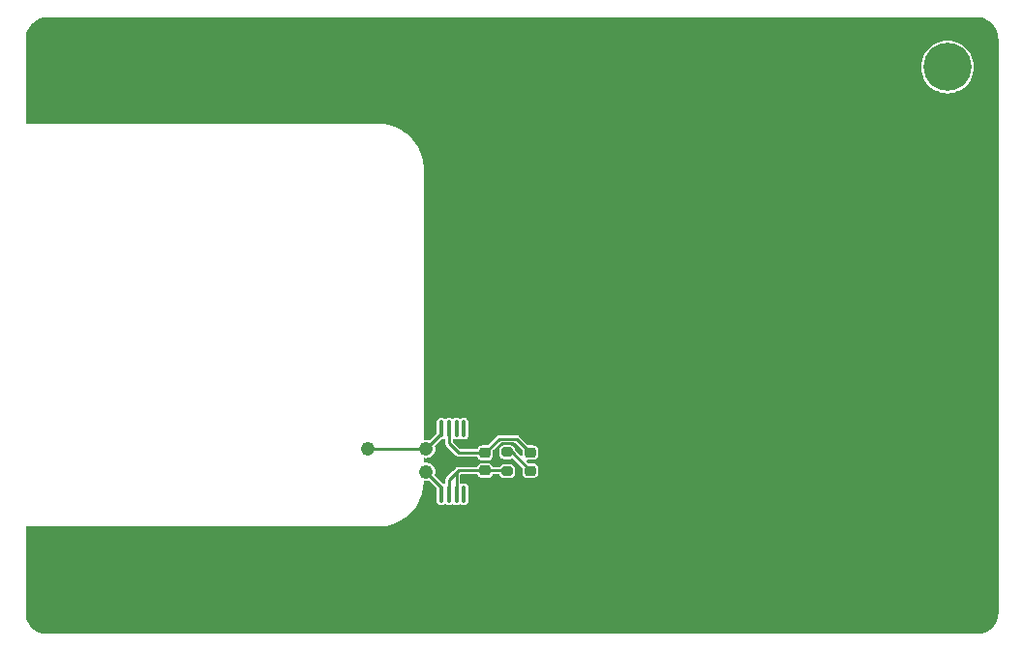
<source format=gbl>
G04 #@! TF.GenerationSoftware,KiCad,Pcbnew,6.0.11+dfsg-1*
G04 #@! TF.CreationDate,2023-08-15T18:05:05+01:00*
G04 #@! TF.ProjectId,business card-andrew,62757369-6e65-4737-9320-636172642d61,rev?*
G04 #@! TF.SameCoordinates,Original*
G04 #@! TF.FileFunction,Copper,L2,Bot*
G04 #@! TF.FilePolarity,Positive*
%FSLAX46Y46*%
G04 Gerber Fmt 4.6, Leading zero omitted, Abs format (unit mm)*
G04 Created by KiCad (PCBNEW 6.0.11+dfsg-1) date 2023-08-15 18:05:05*
%MOMM*%
%LPD*%
G01*
G04 APERTURE LIST*
G04 Aperture macros list*
%AMRoundRect*
0 Rectangle with rounded corners*
0 $1 Rounding radius*
0 $2 $3 $4 $5 $6 $7 $8 $9 X,Y pos of 4 corners*
0 Add a 4 corners polygon primitive as box body*
4,1,4,$2,$3,$4,$5,$6,$7,$8,$9,$2,$3,0*
0 Add four circle primitives for the rounded corners*
1,1,$1+$1,$2,$3*
1,1,$1+$1,$4,$5*
1,1,$1+$1,$6,$7*
1,1,$1+$1,$8,$9*
0 Add four rect primitives between the rounded corners*
20,1,$1+$1,$2,$3,$4,$5,0*
20,1,$1+$1,$4,$5,$6,$7,0*
20,1,$1+$1,$6,$7,$8,$9,0*
20,1,$1+$1,$8,$9,$2,$3,0*%
G04 Aperture macros list end*
G04 #@! TA.AperFunction,ComponentPad*
%ADD10C,4.200000*%
G04 #@! TD*
G04 #@! TA.AperFunction,SMDPad,CuDef*
%ADD11RoundRect,0.218750X-0.256250X0.218750X-0.256250X-0.218750X0.256250X-0.218750X0.256250X0.218750X0*%
G04 #@! TD*
G04 #@! TA.AperFunction,SMDPad,CuDef*
%ADD12RoundRect,0.100000X-0.100000X0.637500X-0.100000X-0.637500X0.100000X-0.637500X0.100000X0.637500X0*%
G04 #@! TD*
G04 #@! TA.AperFunction,SMDPad,CuDef*
%ADD13RoundRect,0.225000X0.250000X-0.225000X0.250000X0.225000X-0.250000X0.225000X-0.250000X-0.225000X0*%
G04 #@! TD*
G04 #@! TA.AperFunction,SMDPad,CuDef*
%ADD14RoundRect,0.200000X0.275000X-0.200000X0.275000X0.200000X-0.275000X0.200000X-0.275000X-0.200000X0*%
G04 #@! TD*
G04 #@! TA.AperFunction,ViaPad*
%ADD15C,1.209040*%
G04 #@! TD*
G04 #@! TA.AperFunction,Conductor*
%ADD16C,0.250000*%
G04 #@! TD*
G04 APERTURE END LIST*
D10*
X131500000Y-55250000D03*
D11*
X95000000Y-89000000D03*
X95000000Y-90575000D03*
D12*
X87239200Y-86902600D03*
X87889200Y-86902600D03*
X88539200Y-86902600D03*
X89189200Y-86902600D03*
X89189200Y-92627600D03*
X88539200Y-92627600D03*
X87889200Y-92627600D03*
X87239200Y-92627600D03*
D13*
X91059000Y-90562500D03*
X91059000Y-89012500D03*
D14*
X93000000Y-90612500D03*
X93000000Y-88962500D03*
D15*
X85892640Y-88670620D03*
X85892640Y-90669600D03*
X80794580Y-88670620D03*
D16*
X87889200Y-91398300D02*
X88500000Y-90787500D01*
X88539200Y-92627600D02*
X88539200Y-90826700D01*
X88539200Y-90826700D02*
X88500000Y-90787500D01*
X87889200Y-92627600D02*
X87889200Y-91398300D01*
X91059000Y-90562500D02*
X92950000Y-90562500D01*
X92950000Y-90562500D02*
X93000000Y-90612500D01*
X91059000Y-90562500D02*
X88725000Y-90562500D01*
X88500000Y-90787500D02*
X88725000Y-90562500D01*
X93787500Y-87787500D02*
X95000000Y-89000000D01*
X92284000Y-87787500D02*
X93787500Y-87787500D01*
X91059000Y-89012500D02*
X92284000Y-87787500D01*
X87889200Y-86902600D02*
X87889200Y-88176700D01*
X87889200Y-88176700D02*
X88725000Y-89012500D01*
X88725000Y-89012500D02*
X91059000Y-89012500D01*
X93387500Y-88962500D02*
X95000000Y-90575000D01*
X93000000Y-88962500D02*
X93387500Y-88962500D01*
X85892640Y-88670620D02*
X85037720Y-88670620D01*
X87250000Y-86750000D02*
X87250000Y-87313260D01*
X87239200Y-92627600D02*
X87239200Y-92016160D01*
X85037720Y-88670620D02*
X81394300Y-88670620D01*
X87239200Y-92016160D02*
X85892640Y-90669600D01*
X87250000Y-87313260D02*
X85892640Y-88670620D01*
G04 #@! TA.AperFunction,NonConductor*
G36*
X134000000Y-50879385D02*
G01*
X134009238Y-50876383D01*
X134009920Y-50876605D01*
X134009950Y-50876152D01*
X134248904Y-50891814D01*
X134261729Y-50893502D01*
X134500021Y-50940901D01*
X134512521Y-50944251D01*
X134685398Y-51002935D01*
X134742575Y-51022344D01*
X134754537Y-51027298D01*
X134972436Y-51134754D01*
X134983641Y-51141223D01*
X135185654Y-51276204D01*
X135195911Y-51284074D01*
X135378576Y-51444268D01*
X135387731Y-51453423D01*
X135547926Y-51636089D01*
X135555796Y-51646346D01*
X135642421Y-51775989D01*
X135690774Y-51848354D01*
X135697249Y-51859569D01*
X135804701Y-52077462D01*
X135809656Y-52089425D01*
X135887748Y-52319475D01*
X135891099Y-52331979D01*
X135935725Y-52556326D01*
X135938497Y-52570264D01*
X135940186Y-52583096D01*
X135955848Y-52822050D01*
X135952615Y-52832000D01*
X135956500Y-52843957D01*
X135956500Y-102956043D01*
X135952615Y-102968000D01*
X135955617Y-102977238D01*
X135955395Y-102977920D01*
X135955848Y-102977950D01*
X135951487Y-103044495D01*
X135940187Y-103216897D01*
X135938498Y-103229729D01*
X135891100Y-103468016D01*
X135887749Y-103480521D01*
X135873858Y-103521444D01*
X135809656Y-103710575D01*
X135804701Y-103722538D01*
X135697249Y-103940431D01*
X135690777Y-103951641D01*
X135555796Y-104153654D01*
X135547926Y-104163911D01*
X135447453Y-104278478D01*
X135387732Y-104346576D01*
X135378577Y-104355731D01*
X135195911Y-104515926D01*
X135185654Y-104523796D01*
X134983641Y-104658777D01*
X134972436Y-104665246D01*
X134955184Y-104673754D01*
X134754538Y-104772701D01*
X134742576Y-104777656D01*
X134512521Y-104855749D01*
X134500021Y-104859099D01*
X134393968Y-104880194D01*
X134374618Y-104882096D01*
X85640053Y-104863940D01*
X52269853Y-104851508D01*
X52238068Y-104846254D01*
X52050221Y-104782489D01*
X52038258Y-104777533D01*
X52034278Y-104775570D01*
X51827816Y-104673754D01*
X51816611Y-104667285D01*
X51621501Y-104536917D01*
X51611239Y-104529042D01*
X51434826Y-104374331D01*
X51425669Y-104365174D01*
X51270958Y-104188761D01*
X51263083Y-104178499D01*
X51132715Y-103983389D01*
X51126246Y-103972184D01*
X51022467Y-103761742D01*
X51017511Y-103749778D01*
X50942088Y-103527590D01*
X50938736Y-103515081D01*
X50938647Y-103514632D01*
X50892959Y-103284941D01*
X50891270Y-103272109D01*
X50889407Y-103243674D01*
X50876152Y-103041450D01*
X50879385Y-103031500D01*
X50875500Y-103019543D01*
X50875500Y-95566387D01*
X50894407Y-95508196D01*
X50943907Y-95472232D01*
X50974493Y-95467387D01*
X75033567Y-95465634D01*
X81737201Y-95465145D01*
X82042000Y-95454700D01*
X82044629Y-95454324D01*
X82044634Y-95454324D01*
X82395313Y-95404227D01*
X82395319Y-95404226D01*
X82397600Y-95403900D01*
X82715100Y-95327700D01*
X82716294Y-95327349D01*
X82716305Y-95327346D01*
X82929398Y-95264692D01*
X82929413Y-95264687D01*
X82930998Y-95264221D01*
X82932572Y-95263641D01*
X83171327Y-95175659D01*
X83171345Y-95175652D01*
X83172300Y-95175300D01*
X83324700Y-95111800D01*
X83489802Y-95035600D01*
X83642200Y-94959400D01*
X83896200Y-94807000D01*
X84009816Y-94718632D01*
X84011196Y-94717578D01*
X84111512Y-94642341D01*
X84112683Y-94641476D01*
X84251800Y-94540300D01*
X84303360Y-94495185D01*
X84353251Y-94451531D01*
X84353333Y-94451458D01*
X84353400Y-94451400D01*
X84467700Y-94349800D01*
X84556600Y-94260900D01*
X84657840Y-94147005D01*
X84658580Y-94146182D01*
X84784155Y-94008050D01*
X84784162Y-94008042D01*
X84785200Y-94006900D01*
X84886800Y-93879900D01*
X84988400Y-93740200D01*
X85077300Y-93587800D01*
X85090176Y-93565268D01*
X85178217Y-93411195D01*
X85178900Y-93410000D01*
X85280500Y-93206800D01*
X85369400Y-93016300D01*
X85432194Y-92827919D01*
X85433713Y-92823687D01*
X85495449Y-92663172D01*
X85496400Y-92660700D01*
X85547200Y-92470200D01*
X85547370Y-92469478D01*
X85597393Y-92256882D01*
X85597395Y-92256873D01*
X85598000Y-92254300D01*
X85623400Y-92051100D01*
X85672945Y-91555655D01*
X85697548Y-91499636D01*
X85750381Y-91468776D01*
X85784546Y-91467377D01*
X85875674Y-91479536D01*
X85881180Y-91479035D01*
X85881182Y-91479035D01*
X85965605Y-91471352D01*
X86055536Y-91463168D01*
X86060798Y-91461458D01*
X86060804Y-91461457D01*
X86126408Y-91440141D01*
X86187593Y-91440140D01*
X86227005Y-91464291D01*
X86809704Y-92046991D01*
X86837481Y-92101508D01*
X86838700Y-92116995D01*
X86838700Y-93309746D01*
X86841818Y-93335946D01*
X86887261Y-93438253D01*
X86966487Y-93517341D01*
X86974845Y-93521036D01*
X87062064Y-93559596D01*
X87062066Y-93559596D01*
X87068873Y-93562606D01*
X87076267Y-93563468D01*
X87091578Y-93565253D01*
X87094554Y-93565600D01*
X87383846Y-93565600D01*
X87401761Y-93563468D01*
X87402669Y-93563360D01*
X87402670Y-93563360D01*
X87410046Y-93562482D01*
X87512353Y-93517039D01*
X87512892Y-93516499D01*
X87566798Y-93500532D01*
X87615433Y-93516289D01*
X87616487Y-93517341D01*
X87624844Y-93521036D01*
X87624846Y-93521037D01*
X87712064Y-93559596D01*
X87712066Y-93559596D01*
X87718873Y-93562606D01*
X87726267Y-93563468D01*
X87741578Y-93565253D01*
X87744554Y-93565600D01*
X88033846Y-93565600D01*
X88051761Y-93563468D01*
X88052669Y-93563360D01*
X88052670Y-93563360D01*
X88060046Y-93562482D01*
X88162353Y-93517039D01*
X88162892Y-93516499D01*
X88216798Y-93500532D01*
X88265433Y-93516289D01*
X88266487Y-93517341D01*
X88274844Y-93521036D01*
X88274846Y-93521037D01*
X88362064Y-93559596D01*
X88362066Y-93559596D01*
X88368873Y-93562606D01*
X88376267Y-93563468D01*
X88391578Y-93565253D01*
X88394554Y-93565600D01*
X88683846Y-93565600D01*
X88701761Y-93563468D01*
X88702669Y-93563360D01*
X88702670Y-93563360D01*
X88710046Y-93562482D01*
X88812353Y-93517039D01*
X88812892Y-93516499D01*
X88866798Y-93500532D01*
X88915433Y-93516289D01*
X88916487Y-93517341D01*
X88924844Y-93521036D01*
X88924846Y-93521037D01*
X89012064Y-93559596D01*
X89012066Y-93559596D01*
X89018873Y-93562606D01*
X89026267Y-93563468D01*
X89041578Y-93565253D01*
X89044554Y-93565600D01*
X89333846Y-93565600D01*
X89351761Y-93563468D01*
X89352669Y-93563360D01*
X89352670Y-93563360D01*
X89360046Y-93562482D01*
X89462353Y-93517039D01*
X89541441Y-93437813D01*
X89586706Y-93335427D01*
X89589700Y-93309746D01*
X89589700Y-91945454D01*
X89586582Y-91919254D01*
X89541139Y-91816947D01*
X89461913Y-91737859D01*
X89382834Y-91702898D01*
X89366336Y-91695604D01*
X89366334Y-91695604D01*
X89359527Y-91692594D01*
X89345522Y-91690961D01*
X89336694Y-91689932D01*
X89336693Y-91689932D01*
X89333846Y-91689600D01*
X89044554Y-91689600D01*
X89028151Y-91691552D01*
X89025731Y-91691840D01*
X89025730Y-91691840D01*
X89018354Y-91692718D01*
X89011568Y-91695732D01*
X89011565Y-91695733D01*
X89006808Y-91697846D01*
X89003889Y-91699143D01*
X88943035Y-91705487D01*
X88890073Y-91674850D01*
X88865234Y-91618933D01*
X88864700Y-91608668D01*
X88864700Y-90987000D01*
X88883607Y-90928809D01*
X88933107Y-90892845D01*
X88963700Y-90888000D01*
X90321990Y-90888000D01*
X90380181Y-90906907D01*
X90410199Y-90942054D01*
X90460472Y-91040720D01*
X90555780Y-91136028D01*
X90562717Y-91139563D01*
X90562719Y-91139564D01*
X90593075Y-91155031D01*
X90675874Y-91197219D01*
X90683568Y-91198438D01*
X90683569Y-91198438D01*
X90771666Y-91212391D01*
X90771668Y-91212391D01*
X90775512Y-91213000D01*
X91342488Y-91213000D01*
X91346332Y-91212391D01*
X91346334Y-91212391D01*
X91434431Y-91198438D01*
X91434432Y-91198438D01*
X91442126Y-91197219D01*
X91524925Y-91155031D01*
X91555281Y-91139564D01*
X91555283Y-91139563D01*
X91562220Y-91136028D01*
X91657528Y-91040720D01*
X91707801Y-90942054D01*
X91751065Y-90898790D01*
X91796010Y-90888000D01*
X92253310Y-90888000D01*
X92311501Y-90906907D01*
X92341520Y-90942055D01*
X92391793Y-91040720D01*
X92396950Y-91050842D01*
X92486658Y-91140550D01*
X92493595Y-91144085D01*
X92493597Y-91144086D01*
X92590937Y-91193683D01*
X92599696Y-91198146D01*
X92607390Y-91199365D01*
X92607391Y-91199365D01*
X92689635Y-91212391D01*
X92689637Y-91212391D01*
X92693481Y-91213000D01*
X92999960Y-91213000D01*
X93306518Y-91212999D01*
X93310361Y-91212390D01*
X93310366Y-91212390D01*
X93347217Y-91206553D01*
X93400304Y-91198146D01*
X93484922Y-91155031D01*
X93506403Y-91144086D01*
X93506405Y-91144085D01*
X93513342Y-91140550D01*
X93603050Y-91050842D01*
X93608208Y-91040720D01*
X93657110Y-90944744D01*
X93657110Y-90944743D01*
X93660646Y-90937804D01*
X93663906Y-90917225D01*
X93674891Y-90847865D01*
X93674891Y-90847863D01*
X93675500Y-90844019D01*
X93675499Y-90380982D01*
X93660646Y-90287196D01*
X93609798Y-90187401D01*
X93606586Y-90181097D01*
X93606585Y-90181095D01*
X93603050Y-90174158D01*
X93513342Y-90084450D01*
X93506405Y-90080915D01*
X93506403Y-90080914D01*
X93407244Y-90030390D01*
X93407243Y-90030390D01*
X93400304Y-90026854D01*
X93392610Y-90025635D01*
X93392609Y-90025635D01*
X93310365Y-90012609D01*
X93310363Y-90012609D01*
X93306519Y-90012000D01*
X93000040Y-90012000D01*
X92693482Y-90012001D01*
X92689639Y-90012610D01*
X92689634Y-90012610D01*
X92653405Y-90018348D01*
X92599696Y-90026854D01*
X92569629Y-90042174D01*
X92493597Y-90080914D01*
X92493595Y-90080915D01*
X92486658Y-90084450D01*
X92396950Y-90174158D01*
X92393412Y-90181102D01*
X92393411Y-90181103D01*
X92392471Y-90182947D01*
X92391008Y-90184410D01*
X92388835Y-90187401D01*
X92388361Y-90187057D01*
X92349206Y-90226211D01*
X92304263Y-90237000D01*
X91796010Y-90237000D01*
X91737819Y-90218093D01*
X91707800Y-90182945D01*
X91706862Y-90181103D01*
X91657528Y-90084280D01*
X91562220Y-89988972D01*
X91555283Y-89985437D01*
X91555281Y-89985436D01*
X91449066Y-89931317D01*
X91449065Y-89931317D01*
X91442126Y-89927781D01*
X91434432Y-89926562D01*
X91434431Y-89926562D01*
X91346334Y-89912609D01*
X91346332Y-89912609D01*
X91342488Y-89912000D01*
X90775512Y-89912000D01*
X90771668Y-89912609D01*
X90771666Y-89912609D01*
X90683569Y-89926562D01*
X90683568Y-89926562D01*
X90675874Y-89927781D01*
X90668935Y-89931317D01*
X90668934Y-89931317D01*
X90562719Y-89985436D01*
X90562717Y-89985437D01*
X90555780Y-89988972D01*
X90460472Y-90084280D01*
X90411139Y-90181103D01*
X90410200Y-90182945D01*
X90366935Y-90226210D01*
X90321990Y-90237000D01*
X88743534Y-90237000D01*
X88734905Y-90236623D01*
X88704822Y-90233991D01*
X88696193Y-90233236D01*
X88687826Y-90235478D01*
X88658651Y-90243296D01*
X88650216Y-90245166D01*
X88620483Y-90250408D01*
X88620481Y-90250409D01*
X88611955Y-90251912D01*
X88604456Y-90256242D01*
X88598971Y-90258238D01*
X88593684Y-90260704D01*
X88585316Y-90262946D01*
X88560594Y-90280257D01*
X88553489Y-90285232D01*
X88546208Y-90289871D01*
X88512545Y-90309306D01*
X88503940Y-90319561D01*
X88487569Y-90339071D01*
X88481735Y-90345439D01*
X88310422Y-90516752D01*
X88310420Y-90516753D01*
X88229253Y-90597920D01*
X88229252Y-90597922D01*
X87672143Y-91155031D01*
X87665776Y-91160865D01*
X87636006Y-91185845D01*
X87616573Y-91219505D01*
X87611932Y-91226789D01*
X87589646Y-91258616D01*
X87587404Y-91266984D01*
X87584938Y-91272271D01*
X87582942Y-91277756D01*
X87578612Y-91285255D01*
X87577109Y-91293781D01*
X87577108Y-91293783D01*
X87571866Y-91323516D01*
X87569996Y-91331950D01*
X87559936Y-91369493D01*
X87560691Y-91378122D01*
X87563323Y-91408205D01*
X87563700Y-91416834D01*
X87563700Y-91608743D01*
X87544793Y-91666934D01*
X87495293Y-91702898D01*
X87434107Y-91702898D01*
X87424668Y-91699288D01*
X87416336Y-91695604D01*
X87416334Y-91695604D01*
X87409527Y-91692594D01*
X87402133Y-91691732D01*
X87394951Y-91689774D01*
X87395634Y-91687267D01*
X87347188Y-91663821D01*
X87044493Y-91361126D01*
X86688765Y-91005399D01*
X86660988Y-90950882D01*
X86666222Y-90900238D01*
X86675336Y-90876246D01*
X86675337Y-90876243D01*
X86677303Y-90871067D01*
X86702438Y-90692220D01*
X86702754Y-90669600D01*
X86682622Y-90490120D01*
X86623227Y-90319561D01*
X86551250Y-90204374D01*
X86530453Y-90171091D01*
X86530452Y-90171090D01*
X86527521Y-90166399D01*
X86451610Y-90089956D01*
X86404161Y-90042174D01*
X86404159Y-90042173D01*
X86400261Y-90038247D01*
X86247771Y-89941474D01*
X86235207Y-89937000D01*
X86164998Y-89912000D01*
X86077630Y-89880890D01*
X86056614Y-89878384D01*
X85903792Y-89860161D01*
X85903789Y-89860161D01*
X85898296Y-89859506D01*
X85824063Y-89867308D01*
X85783548Y-89871566D01*
X85723700Y-89858844D01*
X85682759Y-89813375D01*
X85674200Y-89773108D01*
X85674200Y-89566760D01*
X85693107Y-89508569D01*
X85742607Y-89472605D01*
X85786293Y-89468630D01*
X85875674Y-89480556D01*
X85881180Y-89480055D01*
X85881182Y-89480055D01*
X85965605Y-89472372D01*
X86055536Y-89464188D01*
X86064388Y-89461312D01*
X86222045Y-89410086D01*
X86222044Y-89410086D01*
X86227302Y-89408378D01*
X86382434Y-89315900D01*
X86386443Y-89312082D01*
X86386446Y-89312080D01*
X86503966Y-89200166D01*
X86513223Y-89191351D01*
X86613169Y-89040921D01*
X86677303Y-88872087D01*
X86702438Y-88693240D01*
X86702754Y-88670620D01*
X86682622Y-88491140D01*
X86666373Y-88444478D01*
X86664257Y-88438401D01*
X86662976Y-88377229D01*
X86687746Y-88335840D01*
X87153990Y-87869596D01*
X87208507Y-87841819D01*
X87223994Y-87840600D01*
X87383846Y-87840600D01*
X87401761Y-87838468D01*
X87402669Y-87838360D01*
X87402670Y-87838360D01*
X87410046Y-87837482D01*
X87416832Y-87834468D01*
X87416835Y-87834467D01*
X87421592Y-87832354D01*
X87424511Y-87831057D01*
X87485365Y-87824713D01*
X87538327Y-87855350D01*
X87563166Y-87911267D01*
X87563700Y-87921532D01*
X87563700Y-88158166D01*
X87563323Y-88166795D01*
X87559936Y-88205507D01*
X87562178Y-88213874D01*
X87569996Y-88243049D01*
X87571866Y-88251483D01*
X87578612Y-88289745D01*
X87582942Y-88297244D01*
X87584938Y-88302729D01*
X87587404Y-88308016D01*
X87589646Y-88316384D01*
X87601284Y-88333004D01*
X87611932Y-88348211D01*
X87616571Y-88355492D01*
X87636006Y-88389155D01*
X87665771Y-88414131D01*
X87672139Y-88419965D01*
X88481731Y-89229557D01*
X88487565Y-89235924D01*
X88512545Y-89265694D01*
X88537515Y-89280110D01*
X88546205Y-89285127D01*
X88553489Y-89289768D01*
X88585316Y-89312054D01*
X88593684Y-89314296D01*
X88598971Y-89316762D01*
X88604456Y-89318758D01*
X88611955Y-89323088D01*
X88620481Y-89324591D01*
X88620483Y-89324592D01*
X88650216Y-89329834D01*
X88658650Y-89331704D01*
X88696193Y-89341764D01*
X88734908Y-89338377D01*
X88743537Y-89338000D01*
X90321990Y-89338000D01*
X90380181Y-89356907D01*
X90410199Y-89392054D01*
X90418517Y-89408378D01*
X90449217Y-89468630D01*
X90460472Y-89490720D01*
X90555780Y-89586028D01*
X90562717Y-89589563D01*
X90562719Y-89589564D01*
X90668934Y-89643683D01*
X90675874Y-89647219D01*
X90683568Y-89648438D01*
X90683569Y-89648438D01*
X90771666Y-89662391D01*
X90771668Y-89662391D01*
X90775512Y-89663000D01*
X91342488Y-89663000D01*
X91346332Y-89662391D01*
X91346334Y-89662391D01*
X91434431Y-89648438D01*
X91434432Y-89648438D01*
X91442126Y-89647219D01*
X91449066Y-89643683D01*
X91555281Y-89589564D01*
X91555283Y-89589563D01*
X91562220Y-89586028D01*
X91657528Y-89490720D01*
X91668784Y-89468630D01*
X91715183Y-89377566D01*
X91715183Y-89377565D01*
X91718719Y-89370626D01*
X91720900Y-89356860D01*
X91733891Y-89274834D01*
X91733891Y-89274832D01*
X91734500Y-89270988D01*
X91734500Y-88838334D01*
X91753407Y-88780143D01*
X91763496Y-88768330D01*
X92389830Y-88141996D01*
X92444347Y-88114219D01*
X92459834Y-88113000D01*
X93611666Y-88113000D01*
X93669857Y-88131907D01*
X93681670Y-88141996D01*
X94295504Y-88755830D01*
X94323281Y-88810347D01*
X94324500Y-88825834D01*
X94324500Y-89200166D01*
X94305593Y-89258357D01*
X94256093Y-89294321D01*
X94194907Y-89294321D01*
X94155496Y-89270170D01*
X93704495Y-88819169D01*
X93676718Y-88764652D01*
X93675499Y-88749165D01*
X93675499Y-88730982D01*
X93660646Y-88637196D01*
X93611743Y-88541219D01*
X93606586Y-88531097D01*
X93606585Y-88531095D01*
X93603050Y-88524158D01*
X93513342Y-88434450D01*
X93506405Y-88430915D01*
X93506403Y-88430914D01*
X93407244Y-88380390D01*
X93407243Y-88380390D01*
X93400304Y-88376854D01*
X93392610Y-88375635D01*
X93392609Y-88375635D01*
X93310365Y-88362609D01*
X93310363Y-88362609D01*
X93306519Y-88362000D01*
X93000040Y-88362000D01*
X92693482Y-88362001D01*
X92689639Y-88362610D01*
X92689634Y-88362610D01*
X92652783Y-88368447D01*
X92599696Y-88376854D01*
X92543177Y-88405652D01*
X92493597Y-88430914D01*
X92493595Y-88430915D01*
X92486658Y-88434450D01*
X92396950Y-88524158D01*
X92393415Y-88531095D01*
X92393414Y-88531097D01*
X92388257Y-88541219D01*
X92339354Y-88637196D01*
X92338135Y-88644890D01*
X92338135Y-88644891D01*
X92329989Y-88696322D01*
X92324500Y-88730981D01*
X92324501Y-89194018D01*
X92325110Y-89197861D01*
X92325110Y-89197866D01*
X92330129Y-89229557D01*
X92339354Y-89287804D01*
X92361152Y-89330585D01*
X92392473Y-89392055D01*
X92396950Y-89400842D01*
X92486658Y-89490550D01*
X92493595Y-89494085D01*
X92493597Y-89494086D01*
X92522022Y-89508569D01*
X92599696Y-89548146D01*
X92607390Y-89549365D01*
X92607391Y-89549365D01*
X92689635Y-89562391D01*
X92689637Y-89562391D01*
X92693481Y-89563000D01*
X92999960Y-89563000D01*
X93306518Y-89562999D01*
X93310361Y-89562390D01*
X93310366Y-89562390D01*
X93357986Y-89554848D01*
X93400304Y-89548146D01*
X93407247Y-89544608D01*
X93407251Y-89544607D01*
X93410756Y-89542821D01*
X93414639Y-89542206D01*
X93414658Y-89542200D01*
X93414659Y-89542203D01*
X93471189Y-89533251D01*
X93525702Y-89561028D01*
X93916003Y-89951330D01*
X94295504Y-90330831D01*
X94323281Y-90385348D01*
X94324500Y-90400835D01*
X94324500Y-90826746D01*
X94325109Y-90830590D01*
X94325109Y-90830592D01*
X94334202Y-90888000D01*
X94340049Y-90924920D01*
X94343585Y-90931859D01*
X94343585Y-90931860D01*
X94395517Y-91033781D01*
X94400342Y-91043251D01*
X94494249Y-91137158D01*
X94501186Y-91140693D01*
X94501188Y-91140694D01*
X94605185Y-91193683D01*
X94612580Y-91197451D01*
X94620273Y-91198670D01*
X94620275Y-91198670D01*
X94706908Y-91212391D01*
X94706910Y-91212391D01*
X94710754Y-91213000D01*
X95289246Y-91213000D01*
X95293090Y-91212391D01*
X95293092Y-91212391D01*
X95379725Y-91198670D01*
X95379727Y-91198670D01*
X95387420Y-91197451D01*
X95394815Y-91193683D01*
X95498812Y-91140694D01*
X95498814Y-91140693D01*
X95505751Y-91137158D01*
X95599658Y-91043251D01*
X95604484Y-91033781D01*
X95656415Y-90931860D01*
X95656415Y-90931859D01*
X95659951Y-90924920D01*
X95665799Y-90888000D01*
X95674891Y-90830592D01*
X95674891Y-90830590D01*
X95675500Y-90826746D01*
X95675500Y-90323254D01*
X95666735Y-90267915D01*
X95661170Y-90232775D01*
X95661170Y-90232773D01*
X95659951Y-90225080D01*
X95649401Y-90204374D01*
X95603194Y-90113688D01*
X95603193Y-90113686D01*
X95599658Y-90106749D01*
X95505751Y-90012842D01*
X95498814Y-90009307D01*
X95498812Y-90009306D01*
X95394360Y-89956085D01*
X95394359Y-89956085D01*
X95387420Y-89952549D01*
X95379727Y-89951330D01*
X95379725Y-89951330D01*
X95293092Y-89937609D01*
X95293090Y-89937609D01*
X95289246Y-89937000D01*
X94863335Y-89937000D01*
X94805144Y-89918093D01*
X94793331Y-89908004D01*
X94692331Y-89807004D01*
X94664554Y-89752487D01*
X94674125Y-89692055D01*
X94717390Y-89648790D01*
X94762335Y-89638000D01*
X95289246Y-89638000D01*
X95293090Y-89637391D01*
X95293092Y-89637391D01*
X95379725Y-89623670D01*
X95379727Y-89623670D01*
X95387420Y-89622451D01*
X95394360Y-89618915D01*
X95498812Y-89565694D01*
X95498814Y-89565693D01*
X95505751Y-89562158D01*
X95599658Y-89468251D01*
X95631200Y-89406348D01*
X95656415Y-89356860D01*
X95656415Y-89356859D01*
X95659951Y-89349920D01*
X95661363Y-89341009D01*
X95674891Y-89255592D01*
X95674891Y-89255590D01*
X95675500Y-89251746D01*
X95675500Y-88748254D01*
X95673381Y-88734874D01*
X95661170Y-88657775D01*
X95661170Y-88657773D01*
X95659951Y-88650080D01*
X95649850Y-88630256D01*
X95603194Y-88538688D01*
X95603193Y-88538686D01*
X95599658Y-88531749D01*
X95505751Y-88437842D01*
X95498814Y-88434307D01*
X95498812Y-88434306D01*
X95394360Y-88381085D01*
X95394359Y-88381085D01*
X95387420Y-88377549D01*
X95379727Y-88376330D01*
X95379725Y-88376330D01*
X95293092Y-88362609D01*
X95293090Y-88362609D01*
X95289246Y-88362000D01*
X94863334Y-88362000D01*
X94805143Y-88343093D01*
X94793330Y-88333004D01*
X94030769Y-87570443D01*
X94024934Y-87564075D01*
X94005522Y-87540941D01*
X93999955Y-87534306D01*
X93966292Y-87514871D01*
X93959011Y-87510232D01*
X93956556Y-87508513D01*
X93927184Y-87487946D01*
X93918816Y-87485704D01*
X93913529Y-87483238D01*
X93908044Y-87481242D01*
X93900545Y-87476912D01*
X93892019Y-87475409D01*
X93892017Y-87475408D01*
X93862284Y-87470166D01*
X93853849Y-87468296D01*
X93824674Y-87460478D01*
X93816307Y-87458236D01*
X93807678Y-87458991D01*
X93777595Y-87461623D01*
X93768966Y-87462000D01*
X92302534Y-87462000D01*
X92293905Y-87461623D01*
X92263822Y-87458991D01*
X92255193Y-87458236D01*
X92246826Y-87460478D01*
X92217651Y-87468296D01*
X92209216Y-87470166D01*
X92179483Y-87475408D01*
X92179481Y-87475409D01*
X92170955Y-87476912D01*
X92163456Y-87481242D01*
X92157971Y-87483238D01*
X92152684Y-87485704D01*
X92144316Y-87487946D01*
X92114944Y-87508513D01*
X92112489Y-87510232D01*
X92105208Y-87514871D01*
X92071545Y-87534306D01*
X92065978Y-87540941D01*
X92046569Y-87564071D01*
X92040735Y-87570439D01*
X91278170Y-88333004D01*
X91223653Y-88360781D01*
X91208166Y-88362000D01*
X90775512Y-88362000D01*
X90771668Y-88362609D01*
X90771666Y-88362609D01*
X90683569Y-88376562D01*
X90683568Y-88376562D01*
X90675874Y-88377781D01*
X90668935Y-88381317D01*
X90668934Y-88381317D01*
X90562719Y-88435436D01*
X90562717Y-88435437D01*
X90555780Y-88438972D01*
X90460472Y-88534280D01*
X90411570Y-88630257D01*
X90410200Y-88632945D01*
X90366935Y-88676210D01*
X90321990Y-88687000D01*
X88900834Y-88687000D01*
X88842643Y-88668093D01*
X88830830Y-88658004D01*
X88243696Y-88070870D01*
X88215919Y-88016353D01*
X88214700Y-88000866D01*
X88214700Y-87921457D01*
X88233607Y-87863266D01*
X88283107Y-87827302D01*
X88344293Y-87827302D01*
X88353732Y-87830912D01*
X88362064Y-87834596D01*
X88362066Y-87834596D01*
X88368873Y-87837606D01*
X88376267Y-87838468D01*
X88391578Y-87840253D01*
X88394554Y-87840600D01*
X88683846Y-87840600D01*
X88701761Y-87838468D01*
X88702669Y-87838360D01*
X88702670Y-87838360D01*
X88710046Y-87837482D01*
X88812353Y-87792039D01*
X88812892Y-87791499D01*
X88866798Y-87775532D01*
X88915433Y-87791289D01*
X88916487Y-87792341D01*
X88924844Y-87796036D01*
X88924846Y-87796037D01*
X89012064Y-87834596D01*
X89012066Y-87834596D01*
X89018873Y-87837606D01*
X89026267Y-87838468D01*
X89041578Y-87840253D01*
X89044554Y-87840600D01*
X89333846Y-87840600D01*
X89351761Y-87838468D01*
X89352669Y-87838360D01*
X89352670Y-87838360D01*
X89360046Y-87837482D01*
X89462353Y-87792039D01*
X89541441Y-87712813D01*
X89586706Y-87610427D01*
X89589700Y-87584746D01*
X89589700Y-86220454D01*
X89586582Y-86194254D01*
X89541139Y-86091947D01*
X89461913Y-86012859D01*
X89432791Y-85999984D01*
X89366336Y-85970604D01*
X89366334Y-85970604D01*
X89359527Y-85967594D01*
X89345522Y-85965961D01*
X89336694Y-85964932D01*
X89336693Y-85964932D01*
X89333846Y-85964600D01*
X89044554Y-85964600D01*
X89028151Y-85966552D01*
X89025731Y-85966840D01*
X89025730Y-85966840D01*
X89018354Y-85967718D01*
X88916047Y-86013161D01*
X88915508Y-86013701D01*
X88861602Y-86029668D01*
X88812967Y-86013911D01*
X88811913Y-86012859D01*
X88803556Y-86009164D01*
X88803554Y-86009163D01*
X88716336Y-85970604D01*
X88716334Y-85970604D01*
X88709527Y-85967594D01*
X88695522Y-85965961D01*
X88686694Y-85964932D01*
X88686693Y-85964932D01*
X88683846Y-85964600D01*
X88394554Y-85964600D01*
X88378151Y-85966552D01*
X88375731Y-85966840D01*
X88375730Y-85966840D01*
X88368354Y-85967718D01*
X88266047Y-86013161D01*
X88265508Y-86013701D01*
X88211602Y-86029668D01*
X88162967Y-86013911D01*
X88161913Y-86012859D01*
X88153556Y-86009164D01*
X88153554Y-86009163D01*
X88066336Y-85970604D01*
X88066334Y-85970604D01*
X88059527Y-85967594D01*
X88045522Y-85965961D01*
X88036694Y-85964932D01*
X88036693Y-85964932D01*
X88033846Y-85964600D01*
X87744554Y-85964600D01*
X87728151Y-85966552D01*
X87725731Y-85966840D01*
X87725730Y-85966840D01*
X87718354Y-85967718D01*
X87616047Y-86013161D01*
X87615508Y-86013701D01*
X87561602Y-86029668D01*
X87512967Y-86013911D01*
X87511913Y-86012859D01*
X87503556Y-86009164D01*
X87503554Y-86009163D01*
X87416336Y-85970604D01*
X87416334Y-85970604D01*
X87409527Y-85967594D01*
X87395522Y-85965961D01*
X87386694Y-85964932D01*
X87386693Y-85964932D01*
X87383846Y-85964600D01*
X87094554Y-85964600D01*
X87078151Y-85966552D01*
X87075731Y-85966840D01*
X87075730Y-85966840D01*
X87068354Y-85967718D01*
X86966047Y-86013161D01*
X86886959Y-86092387D01*
X86841694Y-86194773D01*
X86838700Y-86220454D01*
X86838700Y-87223226D01*
X86819793Y-87281417D01*
X86809704Y-87293230D01*
X86227626Y-87875308D01*
X86173109Y-87903085D01*
X86124413Y-87898568D01*
X86082842Y-87883766D01*
X86082843Y-87883766D01*
X86077630Y-87881910D01*
X86072143Y-87881256D01*
X86072140Y-87881255D01*
X85903792Y-87861181D01*
X85903789Y-87861181D01*
X85898296Y-87860526D01*
X85824063Y-87868328D01*
X85783548Y-87872586D01*
X85723700Y-87859864D01*
X85682759Y-87814395D01*
X85674200Y-87774128D01*
X85674200Y-64149200D01*
X85661500Y-63895200D01*
X85636100Y-63590400D01*
X85610700Y-63438000D01*
X85585300Y-63311000D01*
X85560999Y-63225945D01*
X85559113Y-63218164D01*
X85553137Y-63188284D01*
X85534500Y-63095100D01*
X85472281Y-62920888D01*
X85470003Y-62913645D01*
X85433643Y-62780323D01*
X85433641Y-62780317D01*
X85432900Y-62777600D01*
X85382100Y-62650600D01*
X85305900Y-62472800D01*
X85242400Y-62345800D01*
X85167387Y-62220778D01*
X85165112Y-62216779D01*
X85078881Y-62056635D01*
X85078877Y-62056628D01*
X85077300Y-62053700D01*
X84976884Y-61915628D01*
X84974576Y-61912314D01*
X84900509Y-61801214D01*
X84899500Y-61799700D01*
X84810600Y-61685400D01*
X84795235Y-61667840D01*
X84723140Y-61585445D01*
X84720339Y-61582098D01*
X84678113Y-61529316D01*
X84620100Y-61456800D01*
X84404200Y-61240900D01*
X84201000Y-61063100D01*
X84199499Y-61061974D01*
X84050638Y-60950328D01*
X84050632Y-60950324D01*
X84048600Y-60948800D01*
X83922375Y-60873065D01*
X83920840Y-60872125D01*
X83821224Y-60809865D01*
X83818779Y-60808286D01*
X83707372Y-60734015D01*
X83705700Y-60732900D01*
X83703957Y-60731932D01*
X83703951Y-60731928D01*
X83656116Y-60705354D01*
X83591400Y-60669400D01*
X83527823Y-60637611D01*
X83465223Y-60606311D01*
X83465202Y-60606301D01*
X83464400Y-60605900D01*
X83324700Y-60542400D01*
X83324471Y-60542298D01*
X83324415Y-60542273D01*
X83211742Y-60492196D01*
X83211729Y-60492191D01*
X83210400Y-60491600D01*
X83209044Y-60491091D01*
X83209033Y-60491087D01*
X83171497Y-60477011D01*
X83108800Y-60453500D01*
X83074114Y-60440887D01*
X82970429Y-60403183D01*
X82970421Y-60403180D01*
X82969100Y-60402700D01*
X82842100Y-60364600D01*
X82841570Y-60364455D01*
X82841544Y-60364448D01*
X82772206Y-60345538D01*
X82702400Y-60326500D01*
X82701904Y-60326376D01*
X82552473Y-60289018D01*
X82552468Y-60289017D01*
X82550000Y-60288400D01*
X82373334Y-60263162D01*
X82371060Y-60262810D01*
X82067400Y-60212200D01*
X82065796Y-60212040D01*
X82065784Y-60212038D01*
X81942845Y-60199744D01*
X81942835Y-60199744D01*
X81940400Y-60199500D01*
X50974500Y-60199500D01*
X50916309Y-60180593D01*
X50880345Y-60131093D01*
X50875500Y-60100500D01*
X50875500Y-55250000D01*
X129194564Y-55250000D01*
X129214287Y-55550920D01*
X129273120Y-55846691D01*
X129370055Y-56132252D01*
X129503434Y-56402718D01*
X129670975Y-56653461D01*
X129869811Y-56880189D01*
X130096539Y-57079025D01*
X130347282Y-57246566D01*
X130350188Y-57247999D01*
X130350193Y-57248002D01*
X130486633Y-57315286D01*
X130617748Y-57379945D01*
X130903309Y-57476880D01*
X131199080Y-57535713D01*
X131202302Y-57535924D01*
X131202308Y-57535925D01*
X131496765Y-57555224D01*
X131500000Y-57555436D01*
X131503235Y-57555224D01*
X131797692Y-57535925D01*
X131797698Y-57535924D01*
X131800920Y-57535713D01*
X132096691Y-57476880D01*
X132382252Y-57379945D01*
X132513367Y-57315286D01*
X132649807Y-57248002D01*
X132649812Y-57247999D01*
X132652718Y-57246566D01*
X132903461Y-57079025D01*
X133130189Y-56880189D01*
X133329025Y-56653461D01*
X133496566Y-56402718D01*
X133629945Y-56132252D01*
X133726880Y-55846691D01*
X133785713Y-55550920D01*
X133805436Y-55250000D01*
X133785713Y-54949080D01*
X133726880Y-54653309D01*
X133629945Y-54367748D01*
X133496566Y-54097282D01*
X133329025Y-53846539D01*
X133130189Y-53619811D01*
X132903461Y-53420975D01*
X132652718Y-53253434D01*
X132649812Y-53252001D01*
X132649807Y-53251998D01*
X132513367Y-53184714D01*
X132382252Y-53120055D01*
X132096691Y-53023120D01*
X131800920Y-52964287D01*
X131797698Y-52964076D01*
X131797692Y-52964075D01*
X131503235Y-52944776D01*
X131500000Y-52944564D01*
X131496765Y-52944776D01*
X131202308Y-52964075D01*
X131202302Y-52964076D01*
X131199080Y-52964287D01*
X130903309Y-53023120D01*
X130617748Y-53120055D01*
X130486633Y-53184714D01*
X130350193Y-53251998D01*
X130350188Y-53252001D01*
X130347282Y-53253434D01*
X130096539Y-53420975D01*
X129869811Y-53619811D01*
X129670975Y-53846539D01*
X129503434Y-54097282D01*
X129370055Y-54367748D01*
X129273120Y-54653309D01*
X129214287Y-54949080D01*
X129194564Y-55250000D01*
X50875500Y-55250000D01*
X50875500Y-52843957D01*
X50879385Y-52832000D01*
X50876383Y-52822762D01*
X50876605Y-52822080D01*
X50876152Y-52822050D01*
X50891813Y-52583103D01*
X50893503Y-52570264D01*
X50896276Y-52556326D01*
X50940901Y-52331979D01*
X50944252Y-52319475D01*
X51022344Y-52089425D01*
X51027299Y-52077462D01*
X51134751Y-51859569D01*
X51141226Y-51848354D01*
X51189579Y-51775989D01*
X51276204Y-51646346D01*
X51284074Y-51636089D01*
X51444269Y-51453423D01*
X51453424Y-51444268D01*
X51636089Y-51284074D01*
X51646346Y-51276204D01*
X51848359Y-51141223D01*
X51859564Y-51134754D01*
X52077463Y-51027298D01*
X52089425Y-51022344D01*
X52146602Y-51002935D01*
X52319479Y-50944251D01*
X52331979Y-50940901D01*
X52570271Y-50893502D01*
X52583096Y-50891814D01*
X52708186Y-50883615D01*
X52819005Y-50876352D01*
X52819008Y-50876351D01*
X52822050Y-50876152D01*
X52832000Y-50879385D01*
X52843957Y-50875500D01*
X133988043Y-50875500D01*
X134000000Y-50879385D01*
G37*
G04 #@! TD.AperFunction*
M02*

</source>
